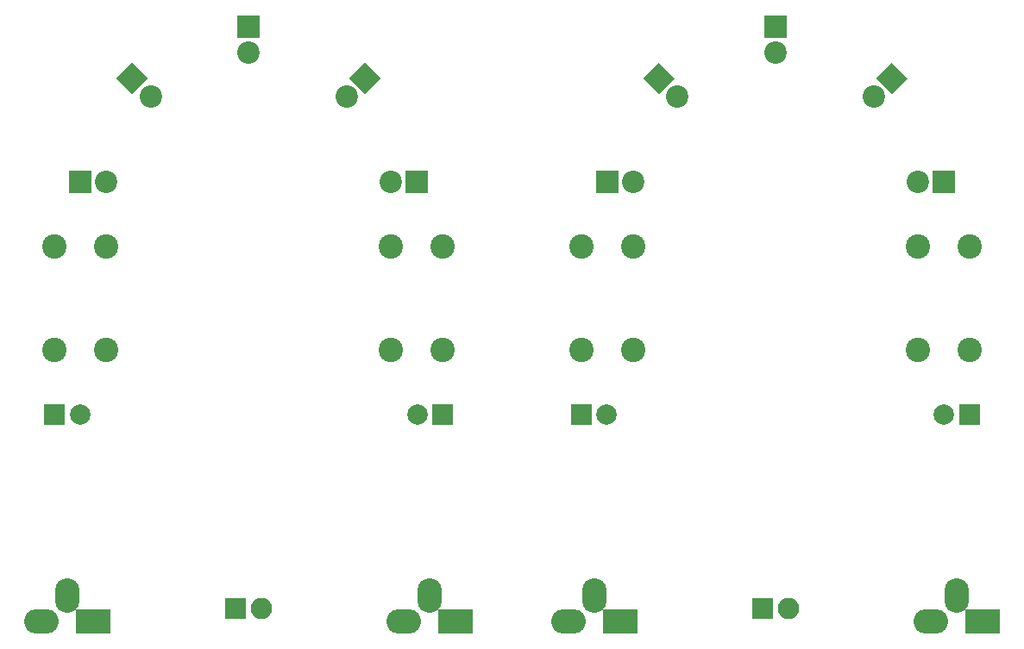
<source format=gbs>
G04 #@! TF.FileFunction,Soldermask,Bot*
%FSLAX46Y46*%
G04 Gerber Fmt 4.6, Leading zero omitted, Abs format (unit mm)*
G04 Created by KiCad (PCBNEW 4.0.4-stable) date 05/16/17 12:01:05*
%MOMM*%
%LPD*%
G01*
G04 APERTURE LIST*
%ADD10C,0.100000*%
%ADD11C,2.200000*%
%ADD12R,2.200000X2.200000*%
%ADD13O,2.400000X3.400000*%
%ADD14R,3.400000X2.400000*%
%ADD15O,3.400000X2.400000*%
%ADD16C,2.398980*%
%ADD17R,2.000000X2.000000*%
%ADD18C,2.000000*%
%ADD19R,2.100000X2.100000*%
%ADD20O,2.100000X2.100000*%
G04 APERTURE END LIST*
D10*
G36*
X-70513615Y33024160D02*
X-68957980Y34579795D01*
X-67402345Y33024160D01*
X-68957980Y31468525D01*
X-70513615Y33024160D01*
X-70513615Y33024160D01*
G37*
D11*
X-67161929Y31228109D03*
D10*
G36*
X-46097980Y34579795D02*
X-44542345Y33024160D01*
X-46097980Y31468525D01*
X-47653615Y33024160D01*
X-46097980Y34579795D01*
X-46097980Y34579795D01*
G37*
D11*
X-47894031Y31228109D03*
D12*
X-74037980Y22864160D03*
D11*
X-71497980Y22864160D03*
D12*
X-57527980Y38104160D03*
D11*
X-57527980Y35564160D03*
D12*
X-41017980Y22864160D03*
D11*
X-43557980Y22864160D03*
D13*
X-75307980Y-17775840D03*
D14*
X-72767980Y-20315840D03*
D15*
X-77847980Y-20315840D03*
D13*
X-39747980Y-17775840D03*
D14*
X-37207980Y-20315840D03*
D15*
X-42287980Y-20315840D03*
D16*
X-76577980Y16514160D03*
X-76577980Y6354160D03*
X-38477980Y16514160D03*
X-38477980Y6354160D03*
X-71497980Y16514160D03*
X-71497980Y6354160D03*
X-43557980Y16514160D03*
X-43557980Y6354160D03*
D17*
X-76577980Y4160D03*
D18*
X-74077980Y4160D03*
D17*
X-38477980Y4160D03*
D18*
X-40977980Y4160D03*
D19*
X-58797980Y-19045840D03*
D20*
X-56257980Y-19045840D03*
D10*
G36*
X-122204275Y33025980D02*
X-120648640Y34581615D01*
X-119093005Y33025980D01*
X-120648640Y31470345D01*
X-122204275Y33025980D01*
X-122204275Y33025980D01*
G37*
D11*
X-118852589Y31229929D03*
D10*
G36*
X-97788640Y34581615D02*
X-96233005Y33025980D01*
X-97788640Y31470345D01*
X-99344275Y33025980D01*
X-97788640Y34581615D01*
X-97788640Y34581615D01*
G37*
D11*
X-99584691Y31229929D03*
D12*
X-125728640Y22865980D03*
D11*
X-123188640Y22865980D03*
D12*
X-109218640Y38105980D03*
D11*
X-109218640Y35565980D03*
D12*
X-92708640Y22865980D03*
D11*
X-95248640Y22865980D03*
D13*
X-126998640Y-17774020D03*
D14*
X-124458640Y-20314020D03*
D15*
X-129538640Y-20314020D03*
D13*
X-91438640Y-17774020D03*
D14*
X-88898640Y-20314020D03*
D15*
X-93978640Y-20314020D03*
D16*
X-128268640Y16515980D03*
X-128268640Y6355980D03*
X-90168640Y16515980D03*
X-90168640Y6355980D03*
X-123188640Y16515980D03*
X-123188640Y6355980D03*
X-95248640Y16515980D03*
X-95248640Y6355980D03*
D17*
X-128268640Y5980D03*
D18*
X-125768640Y5980D03*
D17*
X-90168640Y5980D03*
D18*
X-92668640Y5980D03*
D19*
X-110488640Y-19044020D03*
D20*
X-107948640Y-19044020D03*
M02*

</source>
